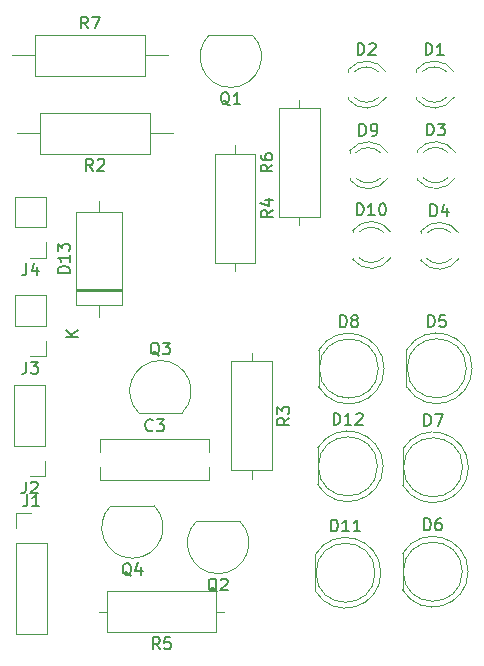
<source format=gbr>
%TF.GenerationSoftware,KiCad,Pcbnew,(5.1.0)-1*%
%TF.CreationDate,2021-11-19T17:00:51+02:00*%
%TF.ProjectId,25-station-led-alarm,32352d73-7461-4746-996f-6e2d6c65642d,rev?*%
%TF.SameCoordinates,Original*%
%TF.FileFunction,Legend,Top*%
%TF.FilePolarity,Positive*%
%FSLAX46Y46*%
G04 Gerber Fmt 4.6, Leading zero omitted, Abs format (unit mm)*
G04 Created by KiCad (PCBNEW (5.1.0)-1) date 2021-11-19 17:00:51*
%MOMM*%
%LPD*%
G04 APERTURE LIST*
%ADD10C,0.120000*%
%ADD11C,0.150000*%
G04 APERTURE END LIST*
D10*
%TO.C,D1*%
X94815220Y-108557560D02*
X94815220Y-108713560D01*
X94815220Y-106241560D02*
X94815220Y-106397560D01*
X98047555Y-106398952D02*
G75*
G03X94815220Y-106242044I-1672335J-1078608D01*
G01*
X98047555Y-108556168D02*
G75*
G02X94815220Y-108713076I-1672335J1078608D01*
G01*
X97416350Y-106397723D02*
G75*
G03X95334259Y-106397560I-1041130J-1079837D01*
G01*
X97416350Y-108557397D02*
G75*
G02X95334259Y-108557560I-1041130J1079837D01*
G01*
%TO.C,J1*%
X60922860Y-154009400D02*
X63582860Y-154009400D01*
X60922860Y-146329400D02*
X60922860Y-154009400D01*
X63582860Y-146329400D02*
X63582860Y-154009400D01*
X60922860Y-146329400D02*
X63582860Y-146329400D01*
X60922860Y-145059400D02*
X60922860Y-143729400D01*
X60922860Y-143729400D02*
X62252860Y-143729400D01*
%TO.C,J2*%
X63443160Y-132901380D02*
X60783160Y-132901380D01*
X63443160Y-138041380D02*
X63443160Y-132901380D01*
X60783160Y-138041380D02*
X60783160Y-132901380D01*
X63443160Y-138041380D02*
X60783160Y-138041380D01*
X63443160Y-139311380D02*
X63443160Y-140641380D01*
X63443160Y-140641380D02*
X62113160Y-140641380D01*
%TO.C,J3*%
X63496500Y-125294080D02*
X60836500Y-125294080D01*
X63496500Y-127894080D02*
X63496500Y-125294080D01*
X60836500Y-127894080D02*
X60836500Y-125294080D01*
X63496500Y-127894080D02*
X60836500Y-127894080D01*
X63496500Y-129164080D02*
X63496500Y-130494080D01*
X63496500Y-130494080D02*
X62166500Y-130494080D01*
%TO.C,J4*%
X63504120Y-122173040D02*
X62174120Y-122173040D01*
X63504120Y-120843040D02*
X63504120Y-122173040D01*
X63504120Y-119573040D02*
X60844120Y-119573040D01*
X60844120Y-119573040D02*
X60844120Y-116973040D01*
X63504120Y-119573040D02*
X63504120Y-116973040D01*
X63504120Y-116973040D02*
X60844120Y-116973040D01*
%TO.C,Q3*%
X75020958Y-135277378D02*
G75*
G03X73182480Y-130838900I-1838478J1838478D01*
G01*
X71344002Y-135277378D02*
G75*
G02X73182480Y-130838900I1838478J1838478D01*
G01*
X71382480Y-135288900D02*
X74982480Y-135288900D01*
%TO.C,Q4*%
X72615200Y-143128120D02*
X69015200Y-143128120D01*
X72653678Y-143139642D02*
G75*
G02X70815200Y-147578120I-1838478J-1838478D01*
G01*
X68976722Y-143139642D02*
G75*
G03X70815200Y-147578120I1838478J-1838478D01*
G01*
%TO.C,D2*%
X92296995Y-106404032D02*
G75*
G03X89064660Y-106247124I-1672335J-1078608D01*
G01*
X92296995Y-108561248D02*
G75*
G02X89064660Y-108718156I-1672335J1078608D01*
G01*
X91665790Y-106402803D02*
G75*
G03X89583699Y-106402640I-1041130J-1079837D01*
G01*
X91665790Y-108562477D02*
G75*
G02X89583699Y-108562640I-1041130J1079837D01*
G01*
X89064660Y-106246640D02*
X89064660Y-106402640D01*
X89064660Y-108562640D02*
X89064660Y-108718640D01*
%TO.C,D3*%
X94916820Y-115377460D02*
X94916820Y-115533460D01*
X94916820Y-113061460D02*
X94916820Y-113217460D01*
X97517950Y-115377297D02*
G75*
G02X95435859Y-115377460I-1041130J1079837D01*
G01*
X97517950Y-113217623D02*
G75*
G03X95435859Y-113217460I-1041130J-1079837D01*
G01*
X98149155Y-115376068D02*
G75*
G02X94916820Y-115532976I-1672335J1078608D01*
G01*
X98149155Y-113218852D02*
G75*
G03X94916820Y-113061944I-1672335J-1078608D01*
G01*
%TO.C,D4*%
X98451415Y-120053992D02*
G75*
G03X95219080Y-119897084I-1672335J-1078608D01*
G01*
X98451415Y-122211208D02*
G75*
G02X95219080Y-122368116I-1672335J1078608D01*
G01*
X97820210Y-120052763D02*
G75*
G03X95738119Y-120052600I-1041130J-1079837D01*
G01*
X97820210Y-122212437D02*
G75*
G02X95738119Y-122212600I-1041130J1079837D01*
G01*
X95219080Y-119896600D02*
X95219080Y-120052600D01*
X95219080Y-122212600D02*
X95219080Y-122368600D01*
%TO.C,D5*%
X94018469Y-129955561D02*
X94018469Y-133045561D01*
X99078469Y-131500561D02*
G75*
G03X99078469Y-131500561I-2500000J0D01*
G01*
X99568469Y-131500099D02*
G75*
G02X94018469Y-133045391I-2990000J-462D01*
G01*
X99568469Y-131501023D02*
G75*
G03X94018469Y-129955731I-2990000J462D01*
G01*
%TO.C,D6*%
X99233140Y-148722542D02*
G75*
G03X93683140Y-147177250I-2990000J462D01*
G01*
X99233140Y-148721618D02*
G75*
G02X93683140Y-150266910I-2990000J-462D01*
G01*
X98743140Y-148722080D02*
G75*
G03X98743140Y-148722080I-2500000J0D01*
G01*
X93683140Y-147177080D02*
X93683140Y-150267080D01*
%TO.C,D7*%
X93708540Y-138335340D02*
X93708540Y-141425340D01*
X98768540Y-139880340D02*
G75*
G03X98768540Y-139880340I-2500000J0D01*
G01*
X99258540Y-139879878D02*
G75*
G02X93708540Y-141425170I-2990000J-462D01*
G01*
X99258540Y-139880802D02*
G75*
G03X93708540Y-138335510I-2990000J462D01*
G01*
%TO.C,D8*%
X92121140Y-131521662D02*
G75*
G03X86571140Y-129976370I-2990000J462D01*
G01*
X92121140Y-131520738D02*
G75*
G02X86571140Y-133066030I-2990000J-462D01*
G01*
X91631140Y-131521200D02*
G75*
G03X91631140Y-131521200I-2500000J0D01*
G01*
X86571140Y-129976200D02*
X86571140Y-133066200D01*
%TO.C,D9*%
X92441775Y-113234092D02*
G75*
G03X89209440Y-113077184I-1672335J-1078608D01*
G01*
X92441775Y-115391308D02*
G75*
G02X89209440Y-115548216I-1672335J1078608D01*
G01*
X91810570Y-113232863D02*
G75*
G03X89728479Y-113232700I-1041130J-1079837D01*
G01*
X91810570Y-115392537D02*
G75*
G02X89728479Y-115392700I-1041130J1079837D01*
G01*
X89209440Y-113076700D02*
X89209440Y-113232700D01*
X89209440Y-115392700D02*
X89209440Y-115548700D01*
%TO.C,D10*%
X89465980Y-122133860D02*
X89465980Y-122289860D01*
X89465980Y-119817860D02*
X89465980Y-119973860D01*
X92067110Y-122133697D02*
G75*
G02X89985019Y-122133860I-1041130J1079837D01*
G01*
X92067110Y-119974023D02*
G75*
G03X89985019Y-119973860I-1041130J-1079837D01*
G01*
X92698315Y-122132468D02*
G75*
G02X89465980Y-122289376I-1672335J1078608D01*
G01*
X92698315Y-119975252D02*
G75*
G03X89465980Y-119818344I-1672335J-1078608D01*
G01*
%TO.C,D11*%
X86294280Y-147268520D02*
X86294280Y-150358520D01*
X91354280Y-148813520D02*
G75*
G03X91354280Y-148813520I-2500000J0D01*
G01*
X91844280Y-148813058D02*
G75*
G02X86294280Y-150358350I-2990000J-462D01*
G01*
X91844280Y-148813982D02*
G75*
G03X86294280Y-147268690I-2990000J462D01*
G01*
%TO.C,D12*%
X92042400Y-139802062D02*
G75*
G03X86492400Y-138256770I-2990000J462D01*
G01*
X92042400Y-139801138D02*
G75*
G02X86492400Y-141346430I-2990000J-462D01*
G01*
X91552400Y-139801600D02*
G75*
G03X91552400Y-139801600I-2500000J0D01*
G01*
X86492400Y-138256600D02*
X86492400Y-141346600D01*
%TO.C,D13*%
X66052940Y-126129560D02*
X69892940Y-126129560D01*
X69892940Y-126129560D02*
X69892940Y-118289560D01*
X69892940Y-118289560D02*
X66052940Y-118289560D01*
X66052940Y-118289560D02*
X66052940Y-126129560D01*
X67972940Y-127119560D02*
X67972940Y-126129560D01*
X67972940Y-117299560D02*
X67972940Y-118289560D01*
X66052940Y-124869560D02*
X69892940Y-124869560D01*
X66052940Y-124749560D02*
X69892940Y-124749560D01*
X66052940Y-124989560D02*
X69892940Y-124989560D01*
%TO.C,Q1*%
X80936240Y-103272980D02*
X77336240Y-103272980D01*
X80974718Y-103284502D02*
G75*
G02X79136240Y-107722980I-1838478J-1838478D01*
G01*
X77297762Y-103284502D02*
G75*
G03X79136240Y-107722980I1838478J-1838478D01*
G01*
%TO.C,Q2*%
X76230962Y-144450282D02*
G75*
G03X78069440Y-148888760I1838478J-1838478D01*
G01*
X79907918Y-144450282D02*
G75*
G02X78069440Y-148888760I-1838478J-1838478D01*
G01*
X79869440Y-144438760D02*
X76269440Y-144438760D01*
%TO.C,R2*%
X72265280Y-113317440D02*
X72265280Y-109877440D01*
X72265280Y-109877440D02*
X63025280Y-109877440D01*
X63025280Y-109877440D02*
X63025280Y-113317440D01*
X63025280Y-113317440D02*
X72265280Y-113317440D01*
X74225280Y-111597440D02*
X72265280Y-111597440D01*
X61065280Y-111597440D02*
X63025280Y-111597440D01*
%TO.C,R3*%
X82641860Y-130909320D02*
X79201860Y-130909320D01*
X79201860Y-130909320D02*
X79201860Y-140149320D01*
X79201860Y-140149320D02*
X82641860Y-140149320D01*
X82641860Y-140149320D02*
X82641860Y-130909320D01*
X80921860Y-130219320D02*
X80921860Y-130909320D01*
X80921860Y-140839320D02*
X80921860Y-140149320D01*
%TO.C,R4*%
X81224540Y-113319820D02*
X77784540Y-113319820D01*
X77784540Y-113319820D02*
X77784540Y-122559820D01*
X77784540Y-122559820D02*
X81224540Y-122559820D01*
X81224540Y-122559820D02*
X81224540Y-113319820D01*
X79504540Y-112629820D02*
X79504540Y-113319820D01*
X79504540Y-123249820D02*
X79504540Y-122559820D01*
%TO.C,R5*%
X67986780Y-152115520D02*
X68676780Y-152115520D01*
X78606780Y-152115520D02*
X77916780Y-152115520D01*
X68676780Y-153835520D02*
X77916780Y-153835520D01*
X68676780Y-150395520D02*
X68676780Y-153835520D01*
X77916780Y-150395520D02*
X68676780Y-150395520D01*
X77916780Y-153835520D02*
X77916780Y-150395520D01*
%TO.C,R6*%
X84940140Y-108789340D02*
X84940140Y-109479340D01*
X84940140Y-119409340D02*
X84940140Y-118719340D01*
X83220140Y-109479340D02*
X83220140Y-118719340D01*
X86660140Y-109479340D02*
X83220140Y-109479340D01*
X86660140Y-118719340D02*
X86660140Y-109479340D01*
X83220140Y-118719340D02*
X86660140Y-118719340D01*
%TO.C,R7*%
X73798560Y-104993440D02*
X71838560Y-104993440D01*
X60638560Y-104993440D02*
X62598560Y-104993440D01*
X71838560Y-103273440D02*
X62598560Y-103273440D01*
X71838560Y-106713440D02*
X71838560Y-103273440D01*
X62598560Y-106713440D02*
X71838560Y-106713440D01*
X62598560Y-103273440D02*
X62598560Y-106713440D01*
%TO.C,C3*%
X68070680Y-137493860D02*
X77310680Y-137493860D01*
X68070680Y-140935860D02*
X77310680Y-140935860D01*
X68070680Y-137493860D02*
X68070680Y-138549860D01*
X68070680Y-139879860D02*
X68070680Y-140935860D01*
X77310680Y-137493860D02*
X77310680Y-138549860D01*
X77310680Y-139879860D02*
X77310680Y-140935860D01*
%TO.C,D1*%
D11*
X95637124Y-104969940D02*
X95637124Y-103969940D01*
X95875220Y-103969940D01*
X96018077Y-104017560D01*
X96113315Y-104112798D01*
X96160934Y-104208036D01*
X96208553Y-104398512D01*
X96208553Y-104541369D01*
X96160934Y-104731845D01*
X96113315Y-104827083D01*
X96018077Y-104922321D01*
X95875220Y-104969940D01*
X95637124Y-104969940D01*
X97160934Y-104969940D02*
X96589505Y-104969940D01*
X96875220Y-104969940D02*
X96875220Y-103969940D01*
X96779981Y-104112798D01*
X96684743Y-104208036D01*
X96589505Y-104255655D01*
%TO.C,J1*%
X61919526Y-142181780D02*
X61919526Y-142896066D01*
X61871907Y-143038923D01*
X61776669Y-143134161D01*
X61633812Y-143181780D01*
X61538574Y-143181780D01*
X62919526Y-143181780D02*
X62348098Y-143181780D01*
X62633812Y-143181780D02*
X62633812Y-142181780D01*
X62538574Y-142324638D01*
X62443336Y-142419876D01*
X62348098Y-142467495D01*
%TO.C,J2*%
X61779826Y-141093760D02*
X61779826Y-141808046D01*
X61732207Y-141950903D01*
X61636969Y-142046141D01*
X61494112Y-142093760D01*
X61398874Y-142093760D01*
X62208398Y-141188999D02*
X62256017Y-141141380D01*
X62351255Y-141093760D01*
X62589350Y-141093760D01*
X62684588Y-141141380D01*
X62732207Y-141188999D01*
X62779826Y-141284237D01*
X62779826Y-141379475D01*
X62732207Y-141522332D01*
X62160779Y-142093760D01*
X62779826Y-142093760D01*
%TO.C,J3*%
X61833166Y-130946460D02*
X61833166Y-131660746D01*
X61785547Y-131803603D01*
X61690309Y-131898841D01*
X61547452Y-131946460D01*
X61452214Y-131946460D01*
X62214119Y-130946460D02*
X62833166Y-130946460D01*
X62499833Y-131327413D01*
X62642690Y-131327413D01*
X62737928Y-131375032D01*
X62785547Y-131422651D01*
X62833166Y-131517889D01*
X62833166Y-131755984D01*
X62785547Y-131851222D01*
X62737928Y-131898841D01*
X62642690Y-131946460D01*
X62356976Y-131946460D01*
X62261738Y-131898841D01*
X62214119Y-131851222D01*
%TO.C,J4*%
X61840786Y-122625420D02*
X61840786Y-123339706D01*
X61793167Y-123482563D01*
X61697929Y-123577801D01*
X61555072Y-123625420D01*
X61459834Y-123625420D01*
X62745548Y-122958754D02*
X62745548Y-123625420D01*
X62507453Y-122577801D02*
X62269358Y-123292087D01*
X62888405Y-123292087D01*
%TO.C,Q3*%
X73087241Y-130426519D02*
X72992003Y-130378900D01*
X72896765Y-130283661D01*
X72753908Y-130140804D01*
X72658670Y-130093185D01*
X72563432Y-130093185D01*
X72611051Y-130331280D02*
X72515813Y-130283661D01*
X72420575Y-130188423D01*
X72372956Y-129997947D01*
X72372956Y-129664614D01*
X72420575Y-129474138D01*
X72515813Y-129378900D01*
X72611051Y-129331280D01*
X72801527Y-129331280D01*
X72896765Y-129378900D01*
X72992003Y-129474138D01*
X73039622Y-129664614D01*
X73039622Y-129997947D01*
X72992003Y-130188423D01*
X72896765Y-130283661D01*
X72801527Y-130331280D01*
X72611051Y-130331280D01*
X73372956Y-129331280D02*
X73992003Y-129331280D01*
X73658670Y-129712233D01*
X73801527Y-129712233D01*
X73896765Y-129759852D01*
X73944384Y-129807471D01*
X73992003Y-129902709D01*
X73992003Y-130140804D01*
X73944384Y-130236042D01*
X73896765Y-130283661D01*
X73801527Y-130331280D01*
X73515813Y-130331280D01*
X73420575Y-130283661D01*
X73372956Y-130236042D01*
%TO.C,Q4*%
X70719961Y-149085739D02*
X70624723Y-149038120D01*
X70529485Y-148942881D01*
X70386628Y-148800024D01*
X70291390Y-148752405D01*
X70196152Y-148752405D01*
X70243771Y-148990500D02*
X70148533Y-148942881D01*
X70053295Y-148847643D01*
X70005676Y-148657167D01*
X70005676Y-148323834D01*
X70053295Y-148133358D01*
X70148533Y-148038120D01*
X70243771Y-147990500D01*
X70434247Y-147990500D01*
X70529485Y-148038120D01*
X70624723Y-148133358D01*
X70672342Y-148323834D01*
X70672342Y-148657167D01*
X70624723Y-148847643D01*
X70529485Y-148942881D01*
X70434247Y-148990500D01*
X70243771Y-148990500D01*
X71529485Y-148323834D02*
X71529485Y-148990500D01*
X71291390Y-147942881D02*
X71053295Y-148657167D01*
X71672342Y-148657167D01*
%TO.C,D2*%
X89886564Y-104975020D02*
X89886564Y-103975020D01*
X90124660Y-103975020D01*
X90267517Y-104022640D01*
X90362755Y-104117878D01*
X90410374Y-104213116D01*
X90457993Y-104403592D01*
X90457993Y-104546449D01*
X90410374Y-104736925D01*
X90362755Y-104832163D01*
X90267517Y-104927401D01*
X90124660Y-104975020D01*
X89886564Y-104975020D01*
X90838945Y-104070259D02*
X90886564Y-104022640D01*
X90981802Y-103975020D01*
X91219898Y-103975020D01*
X91315136Y-104022640D01*
X91362755Y-104070259D01*
X91410374Y-104165497D01*
X91410374Y-104260735D01*
X91362755Y-104403592D01*
X90791326Y-104975020D01*
X91410374Y-104975020D01*
%TO.C,D3*%
X95738724Y-111789840D02*
X95738724Y-110789840D01*
X95976820Y-110789840D01*
X96119677Y-110837460D01*
X96214915Y-110932698D01*
X96262534Y-111027936D01*
X96310153Y-111218412D01*
X96310153Y-111361269D01*
X96262534Y-111551745D01*
X96214915Y-111646983D01*
X96119677Y-111742221D01*
X95976820Y-111789840D01*
X95738724Y-111789840D01*
X96643486Y-110789840D02*
X97262534Y-110789840D01*
X96929200Y-111170793D01*
X97072058Y-111170793D01*
X97167296Y-111218412D01*
X97214915Y-111266031D01*
X97262534Y-111361269D01*
X97262534Y-111599364D01*
X97214915Y-111694602D01*
X97167296Y-111742221D01*
X97072058Y-111789840D01*
X96786343Y-111789840D01*
X96691105Y-111742221D01*
X96643486Y-111694602D01*
%TO.C,D4*%
X96040984Y-118624980D02*
X96040984Y-117624980D01*
X96279080Y-117624980D01*
X96421937Y-117672600D01*
X96517175Y-117767838D01*
X96564794Y-117863076D01*
X96612413Y-118053552D01*
X96612413Y-118196409D01*
X96564794Y-118386885D01*
X96517175Y-118482123D01*
X96421937Y-118577361D01*
X96279080Y-118624980D01*
X96040984Y-118624980D01*
X97469556Y-117958314D02*
X97469556Y-118624980D01*
X97231460Y-117577361D02*
X96993365Y-118291647D01*
X97612413Y-118291647D01*
%TO.C,D5*%
X95840373Y-127992941D02*
X95840373Y-126992941D01*
X96078469Y-126992941D01*
X96221326Y-127040561D01*
X96316564Y-127135799D01*
X96364183Y-127231037D01*
X96411802Y-127421513D01*
X96411802Y-127564370D01*
X96364183Y-127754846D01*
X96316564Y-127850084D01*
X96221326Y-127945322D01*
X96078469Y-127992941D01*
X95840373Y-127992941D01*
X97316564Y-126992941D02*
X96840373Y-126992941D01*
X96792754Y-127469132D01*
X96840373Y-127421513D01*
X96935611Y-127373894D01*
X97173707Y-127373894D01*
X97268945Y-127421513D01*
X97316564Y-127469132D01*
X97364183Y-127564370D01*
X97364183Y-127802465D01*
X97316564Y-127897703D01*
X97268945Y-127945322D01*
X97173707Y-127992941D01*
X96935611Y-127992941D01*
X96840373Y-127945322D01*
X96792754Y-127897703D01*
%TO.C,D6*%
X95505044Y-145214460D02*
X95505044Y-144214460D01*
X95743140Y-144214460D01*
X95885997Y-144262080D01*
X95981235Y-144357318D01*
X96028854Y-144452556D01*
X96076473Y-144643032D01*
X96076473Y-144785889D01*
X96028854Y-144976365D01*
X95981235Y-145071603D01*
X95885997Y-145166841D01*
X95743140Y-145214460D01*
X95505044Y-145214460D01*
X96933616Y-144214460D02*
X96743140Y-144214460D01*
X96647901Y-144262080D01*
X96600282Y-144309699D01*
X96505044Y-144452556D01*
X96457425Y-144643032D01*
X96457425Y-145023984D01*
X96505044Y-145119222D01*
X96552663Y-145166841D01*
X96647901Y-145214460D01*
X96838378Y-145214460D01*
X96933616Y-145166841D01*
X96981235Y-145119222D01*
X97028854Y-145023984D01*
X97028854Y-144785889D01*
X96981235Y-144690651D01*
X96933616Y-144643032D01*
X96838378Y-144595413D01*
X96647901Y-144595413D01*
X96552663Y-144643032D01*
X96505044Y-144690651D01*
X96457425Y-144785889D01*
%TO.C,D7*%
X95530444Y-136372720D02*
X95530444Y-135372720D01*
X95768540Y-135372720D01*
X95911397Y-135420340D01*
X96006635Y-135515578D01*
X96054254Y-135610816D01*
X96101873Y-135801292D01*
X96101873Y-135944149D01*
X96054254Y-136134625D01*
X96006635Y-136229863D01*
X95911397Y-136325101D01*
X95768540Y-136372720D01*
X95530444Y-136372720D01*
X96435206Y-135372720D02*
X97101873Y-135372720D01*
X96673301Y-136372720D01*
%TO.C,D8*%
X88393044Y-128013580D02*
X88393044Y-127013580D01*
X88631140Y-127013580D01*
X88773997Y-127061200D01*
X88869235Y-127156438D01*
X88916854Y-127251676D01*
X88964473Y-127442152D01*
X88964473Y-127585009D01*
X88916854Y-127775485D01*
X88869235Y-127870723D01*
X88773997Y-127965961D01*
X88631140Y-128013580D01*
X88393044Y-128013580D01*
X89535901Y-127442152D02*
X89440663Y-127394533D01*
X89393044Y-127346914D01*
X89345425Y-127251676D01*
X89345425Y-127204057D01*
X89393044Y-127108819D01*
X89440663Y-127061200D01*
X89535901Y-127013580D01*
X89726378Y-127013580D01*
X89821616Y-127061200D01*
X89869235Y-127108819D01*
X89916854Y-127204057D01*
X89916854Y-127251676D01*
X89869235Y-127346914D01*
X89821616Y-127394533D01*
X89726378Y-127442152D01*
X89535901Y-127442152D01*
X89440663Y-127489771D01*
X89393044Y-127537390D01*
X89345425Y-127632628D01*
X89345425Y-127823104D01*
X89393044Y-127918342D01*
X89440663Y-127965961D01*
X89535901Y-128013580D01*
X89726378Y-128013580D01*
X89821616Y-127965961D01*
X89869235Y-127918342D01*
X89916854Y-127823104D01*
X89916854Y-127632628D01*
X89869235Y-127537390D01*
X89821616Y-127489771D01*
X89726378Y-127442152D01*
%TO.C,D9*%
X90031344Y-111805080D02*
X90031344Y-110805080D01*
X90269440Y-110805080D01*
X90412297Y-110852700D01*
X90507535Y-110947938D01*
X90555154Y-111043176D01*
X90602773Y-111233652D01*
X90602773Y-111376509D01*
X90555154Y-111566985D01*
X90507535Y-111662223D01*
X90412297Y-111757461D01*
X90269440Y-111805080D01*
X90031344Y-111805080D01*
X91078963Y-111805080D02*
X91269440Y-111805080D01*
X91364678Y-111757461D01*
X91412297Y-111709842D01*
X91507535Y-111566985D01*
X91555154Y-111376509D01*
X91555154Y-110995557D01*
X91507535Y-110900319D01*
X91459916Y-110852700D01*
X91364678Y-110805080D01*
X91174201Y-110805080D01*
X91078963Y-110852700D01*
X91031344Y-110900319D01*
X90983725Y-110995557D01*
X90983725Y-111233652D01*
X91031344Y-111328890D01*
X91078963Y-111376509D01*
X91174201Y-111424128D01*
X91364678Y-111424128D01*
X91459916Y-111376509D01*
X91507535Y-111328890D01*
X91555154Y-111233652D01*
%TO.C,D10*%
X89811694Y-118546240D02*
X89811694Y-117546240D01*
X90049789Y-117546240D01*
X90192646Y-117593860D01*
X90287884Y-117689098D01*
X90335503Y-117784336D01*
X90383122Y-117974812D01*
X90383122Y-118117669D01*
X90335503Y-118308145D01*
X90287884Y-118403383D01*
X90192646Y-118498621D01*
X90049789Y-118546240D01*
X89811694Y-118546240D01*
X91335503Y-118546240D02*
X90764075Y-118546240D01*
X91049789Y-118546240D02*
X91049789Y-117546240D01*
X90954551Y-117689098D01*
X90859313Y-117784336D01*
X90764075Y-117831955D01*
X91954551Y-117546240D02*
X92049789Y-117546240D01*
X92145027Y-117593860D01*
X92192646Y-117641479D01*
X92240265Y-117736717D01*
X92287884Y-117927193D01*
X92287884Y-118165288D01*
X92240265Y-118355764D01*
X92192646Y-118451002D01*
X92145027Y-118498621D01*
X92049789Y-118546240D01*
X91954551Y-118546240D01*
X91859313Y-118498621D01*
X91811694Y-118451002D01*
X91764075Y-118355764D01*
X91716456Y-118165288D01*
X91716456Y-117927193D01*
X91764075Y-117736717D01*
X91811694Y-117641479D01*
X91859313Y-117593860D01*
X91954551Y-117546240D01*
%TO.C,D11*%
X87639994Y-145305900D02*
X87639994Y-144305900D01*
X87878089Y-144305900D01*
X88020946Y-144353520D01*
X88116184Y-144448758D01*
X88163803Y-144543996D01*
X88211422Y-144734472D01*
X88211422Y-144877329D01*
X88163803Y-145067805D01*
X88116184Y-145163043D01*
X88020946Y-145258281D01*
X87878089Y-145305900D01*
X87639994Y-145305900D01*
X89163803Y-145305900D02*
X88592375Y-145305900D01*
X88878089Y-145305900D02*
X88878089Y-144305900D01*
X88782851Y-144448758D01*
X88687613Y-144543996D01*
X88592375Y-144591615D01*
X90116184Y-145305900D02*
X89544756Y-145305900D01*
X89830470Y-145305900D02*
X89830470Y-144305900D01*
X89735232Y-144448758D01*
X89639994Y-144543996D01*
X89544756Y-144591615D01*
%TO.C,D12*%
X87838114Y-136293980D02*
X87838114Y-135293980D01*
X88076209Y-135293980D01*
X88219066Y-135341600D01*
X88314304Y-135436838D01*
X88361923Y-135532076D01*
X88409542Y-135722552D01*
X88409542Y-135865409D01*
X88361923Y-136055885D01*
X88314304Y-136151123D01*
X88219066Y-136246361D01*
X88076209Y-136293980D01*
X87838114Y-136293980D01*
X89361923Y-136293980D02*
X88790495Y-136293980D01*
X89076209Y-136293980D02*
X89076209Y-135293980D01*
X88980971Y-135436838D01*
X88885733Y-135532076D01*
X88790495Y-135579695D01*
X89742876Y-135389219D02*
X89790495Y-135341600D01*
X89885733Y-135293980D01*
X90123828Y-135293980D01*
X90219066Y-135341600D01*
X90266685Y-135389219D01*
X90314304Y-135484457D01*
X90314304Y-135579695D01*
X90266685Y-135722552D01*
X89695257Y-136293980D01*
X90314304Y-136293980D01*
%TO.C,D13*%
X65505320Y-123423845D02*
X64505320Y-123423845D01*
X64505320Y-123185750D01*
X64552940Y-123042893D01*
X64648178Y-122947655D01*
X64743416Y-122900036D01*
X64933892Y-122852417D01*
X65076749Y-122852417D01*
X65267225Y-122900036D01*
X65362463Y-122947655D01*
X65457701Y-123042893D01*
X65505320Y-123185750D01*
X65505320Y-123423845D01*
X65505320Y-121900036D02*
X65505320Y-122471464D01*
X65505320Y-122185750D02*
X64505320Y-122185750D01*
X64648178Y-122280988D01*
X64743416Y-122376226D01*
X64791035Y-122471464D01*
X64505320Y-121566702D02*
X64505320Y-120947655D01*
X64886273Y-121280988D01*
X64886273Y-121138131D01*
X64933892Y-121042893D01*
X64981511Y-120995274D01*
X65076749Y-120947655D01*
X65314844Y-120947655D01*
X65410082Y-120995274D01*
X65457701Y-121042893D01*
X65505320Y-121138131D01*
X65505320Y-121423845D01*
X65457701Y-121519083D01*
X65410082Y-121566702D01*
X66225320Y-128821464D02*
X65225320Y-128821464D01*
X66225320Y-128250036D02*
X65653892Y-128678607D01*
X65225320Y-128250036D02*
X65796749Y-128821464D01*
%TO.C,Q1*%
X79041001Y-109230599D02*
X78945763Y-109182980D01*
X78850525Y-109087741D01*
X78707668Y-108944884D01*
X78612430Y-108897265D01*
X78517192Y-108897265D01*
X78564811Y-109135360D02*
X78469573Y-109087741D01*
X78374335Y-108992503D01*
X78326716Y-108802027D01*
X78326716Y-108468694D01*
X78374335Y-108278218D01*
X78469573Y-108182980D01*
X78564811Y-108135360D01*
X78755287Y-108135360D01*
X78850525Y-108182980D01*
X78945763Y-108278218D01*
X78993382Y-108468694D01*
X78993382Y-108802027D01*
X78945763Y-108992503D01*
X78850525Y-109087741D01*
X78755287Y-109135360D01*
X78564811Y-109135360D01*
X79945763Y-109135360D02*
X79374335Y-109135360D01*
X79660049Y-109135360D02*
X79660049Y-108135360D01*
X79564811Y-108278218D01*
X79469573Y-108373456D01*
X79374335Y-108421075D01*
%TO.C,Q2*%
X77974201Y-150396379D02*
X77878963Y-150348760D01*
X77783725Y-150253521D01*
X77640868Y-150110664D01*
X77545630Y-150063045D01*
X77450392Y-150063045D01*
X77498011Y-150301140D02*
X77402773Y-150253521D01*
X77307535Y-150158283D01*
X77259916Y-149967807D01*
X77259916Y-149634474D01*
X77307535Y-149443998D01*
X77402773Y-149348760D01*
X77498011Y-149301140D01*
X77688487Y-149301140D01*
X77783725Y-149348760D01*
X77878963Y-149443998D01*
X77926582Y-149634474D01*
X77926582Y-149967807D01*
X77878963Y-150158283D01*
X77783725Y-150253521D01*
X77688487Y-150301140D01*
X77498011Y-150301140D01*
X78307535Y-149396379D02*
X78355154Y-149348760D01*
X78450392Y-149301140D01*
X78688487Y-149301140D01*
X78783725Y-149348760D01*
X78831344Y-149396379D01*
X78878963Y-149491617D01*
X78878963Y-149586855D01*
X78831344Y-149729712D01*
X78259916Y-150301140D01*
X78878963Y-150301140D01*
%TO.C,R2*%
X67478613Y-114769820D02*
X67145280Y-114293630D01*
X66907184Y-114769820D02*
X66907184Y-113769820D01*
X67288137Y-113769820D01*
X67383375Y-113817440D01*
X67430994Y-113865059D01*
X67478613Y-113960297D01*
X67478613Y-114103154D01*
X67430994Y-114198392D01*
X67383375Y-114246011D01*
X67288137Y-114293630D01*
X66907184Y-114293630D01*
X67859565Y-113865059D02*
X67907184Y-113817440D01*
X68002422Y-113769820D01*
X68240518Y-113769820D01*
X68335756Y-113817440D01*
X68383375Y-113865059D01*
X68430994Y-113960297D01*
X68430994Y-114055535D01*
X68383375Y-114198392D01*
X67811946Y-114769820D01*
X68430994Y-114769820D01*
%TO.C,R3*%
X84094240Y-135695986D02*
X83618050Y-136029320D01*
X84094240Y-136267415D02*
X83094240Y-136267415D01*
X83094240Y-135886462D01*
X83141860Y-135791224D01*
X83189479Y-135743605D01*
X83284717Y-135695986D01*
X83427574Y-135695986D01*
X83522812Y-135743605D01*
X83570431Y-135791224D01*
X83618050Y-135886462D01*
X83618050Y-136267415D01*
X83094240Y-135362653D02*
X83094240Y-134743605D01*
X83475193Y-135076939D01*
X83475193Y-134934081D01*
X83522812Y-134838843D01*
X83570431Y-134791224D01*
X83665669Y-134743605D01*
X83903764Y-134743605D01*
X83999002Y-134791224D01*
X84046621Y-134838843D01*
X84094240Y-134934081D01*
X84094240Y-135219796D01*
X84046621Y-135315034D01*
X83999002Y-135362653D01*
%TO.C,R4*%
X82676920Y-118106486D02*
X82200730Y-118439820D01*
X82676920Y-118677915D02*
X81676920Y-118677915D01*
X81676920Y-118296962D01*
X81724540Y-118201724D01*
X81772159Y-118154105D01*
X81867397Y-118106486D01*
X82010254Y-118106486D01*
X82105492Y-118154105D01*
X82153111Y-118201724D01*
X82200730Y-118296962D01*
X82200730Y-118677915D01*
X82010254Y-117249343D02*
X82676920Y-117249343D01*
X81629301Y-117487439D02*
X82343587Y-117725534D01*
X82343587Y-117106486D01*
%TO.C,R5*%
X73130113Y-155287900D02*
X72796780Y-154811710D01*
X72558684Y-155287900D02*
X72558684Y-154287900D01*
X72939637Y-154287900D01*
X73034875Y-154335520D01*
X73082494Y-154383139D01*
X73130113Y-154478377D01*
X73130113Y-154621234D01*
X73082494Y-154716472D01*
X73034875Y-154764091D01*
X72939637Y-154811710D01*
X72558684Y-154811710D01*
X74034875Y-154287900D02*
X73558684Y-154287900D01*
X73511065Y-154764091D01*
X73558684Y-154716472D01*
X73653922Y-154668853D01*
X73892018Y-154668853D01*
X73987256Y-154716472D01*
X74034875Y-154764091D01*
X74082494Y-154859329D01*
X74082494Y-155097424D01*
X74034875Y-155192662D01*
X73987256Y-155240281D01*
X73892018Y-155287900D01*
X73653922Y-155287900D01*
X73558684Y-155240281D01*
X73511065Y-155192662D01*
%TO.C,R6*%
X82672520Y-114266006D02*
X82196330Y-114599340D01*
X82672520Y-114837435D02*
X81672520Y-114837435D01*
X81672520Y-114456482D01*
X81720140Y-114361244D01*
X81767759Y-114313625D01*
X81862997Y-114266006D01*
X82005854Y-114266006D01*
X82101092Y-114313625D01*
X82148711Y-114361244D01*
X82196330Y-114456482D01*
X82196330Y-114837435D01*
X81672520Y-113408863D02*
X81672520Y-113599340D01*
X81720140Y-113694578D01*
X81767759Y-113742197D01*
X81910616Y-113837435D01*
X82101092Y-113885054D01*
X82482044Y-113885054D01*
X82577282Y-113837435D01*
X82624901Y-113789816D01*
X82672520Y-113694578D01*
X82672520Y-113504101D01*
X82624901Y-113408863D01*
X82577282Y-113361244D01*
X82482044Y-113313625D01*
X82243949Y-113313625D01*
X82148711Y-113361244D01*
X82101092Y-113408863D01*
X82053473Y-113504101D01*
X82053473Y-113694578D01*
X82101092Y-113789816D01*
X82148711Y-113837435D01*
X82243949Y-113885054D01*
%TO.C,R7*%
X67051893Y-102725820D02*
X66718560Y-102249630D01*
X66480464Y-102725820D02*
X66480464Y-101725820D01*
X66861417Y-101725820D01*
X66956655Y-101773440D01*
X67004274Y-101821059D01*
X67051893Y-101916297D01*
X67051893Y-102059154D01*
X67004274Y-102154392D01*
X66956655Y-102202011D01*
X66861417Y-102249630D01*
X66480464Y-102249630D01*
X67385226Y-101725820D02*
X68051893Y-101725820D01*
X67623321Y-102725820D01*
%TO.C,C3*%
X72524013Y-136722002D02*
X72476394Y-136769621D01*
X72333537Y-136817240D01*
X72238299Y-136817240D01*
X72095441Y-136769621D01*
X72000203Y-136674383D01*
X71952584Y-136579145D01*
X71904965Y-136388669D01*
X71904965Y-136245812D01*
X71952584Y-136055336D01*
X72000203Y-135960098D01*
X72095441Y-135864860D01*
X72238299Y-135817240D01*
X72333537Y-135817240D01*
X72476394Y-135864860D01*
X72524013Y-135912479D01*
X72857346Y-135817240D02*
X73476394Y-135817240D01*
X73143060Y-136198193D01*
X73285918Y-136198193D01*
X73381156Y-136245812D01*
X73428775Y-136293431D01*
X73476394Y-136388669D01*
X73476394Y-136626764D01*
X73428775Y-136722002D01*
X73381156Y-136769621D01*
X73285918Y-136817240D01*
X73000203Y-136817240D01*
X72904965Y-136769621D01*
X72857346Y-136722002D01*
%TD*%
M02*

</source>
